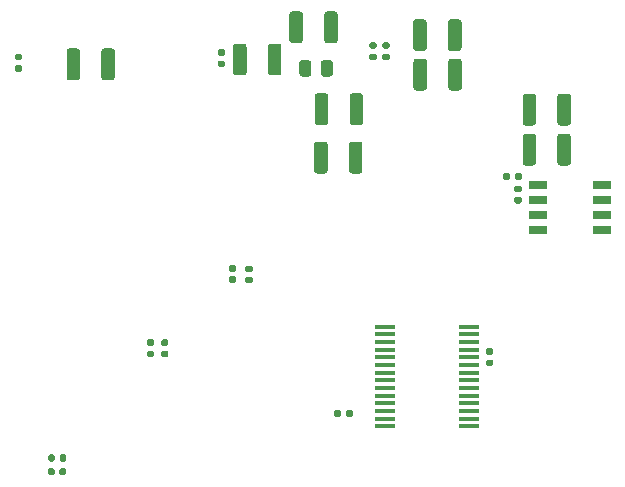
<source format=gbp>
G04 #@! TF.GenerationSoftware,KiCad,Pcbnew,(5.1.10)-1*
G04 #@! TF.CreationDate,2021-08-05T17:19:02-07:00*
G04 #@! TF.ProjectId,laser,6c617365-722e-46b6-9963-61645f706362,rev?*
G04 #@! TF.SameCoordinates,Original*
G04 #@! TF.FileFunction,Paste,Bot*
G04 #@! TF.FilePolarity,Positive*
%FSLAX46Y46*%
G04 Gerber Fmt 4.6, Leading zero omitted, Abs format (unit mm)*
G04 Created by KiCad (PCBNEW (5.1.10)-1) date 2021-08-05 17:19:02*
%MOMM*%
%LPD*%
G01*
G04 APERTURE LIST*
%ADD10R,1.525000X0.700000*%
%ADD11R,1.800000X0.450000*%
G04 APERTURE END LIST*
G36*
G01*
X206210000Y-94780001D02*
X206210000Y-92579999D01*
G75*
G02*
X206459999Y-92330000I249999J0D01*
G01*
X207110001Y-92330000D01*
G75*
G02*
X207360000Y-92579999I0J-249999D01*
G01*
X207360000Y-94780001D01*
G75*
G02*
X207110001Y-95030000I-249999J0D01*
G01*
X206459999Y-95030000D01*
G75*
G02*
X206210000Y-94780001I0J249999D01*
G01*
G37*
G36*
G01*
X203260000Y-94780001D02*
X203260000Y-92579999D01*
G75*
G02*
X203509999Y-92330000I249999J0D01*
G01*
X204160001Y-92330000D01*
G75*
G02*
X204410000Y-92579999I0J-249999D01*
G01*
X204410000Y-94780001D01*
G75*
G02*
X204160001Y-95030000I-249999J0D01*
G01*
X203509999Y-95030000D01*
G75*
G02*
X203260000Y-94780001I0J249999D01*
G01*
G37*
G36*
G01*
X186180000Y-87250002D02*
X186180000Y-86349998D01*
G75*
G02*
X186429998Y-86100000I249998J0D01*
G01*
X186955002Y-86100000D01*
G75*
G02*
X187205000Y-86349998I0J-249998D01*
G01*
X187205000Y-87250002D01*
G75*
G02*
X186955002Y-87500000I-249998J0D01*
G01*
X186429998Y-87500000D01*
G75*
G02*
X186180000Y-87250002I0J249998D01*
G01*
G37*
G36*
G01*
X184355000Y-87250002D02*
X184355000Y-86349998D01*
G75*
G02*
X184604998Y-86100000I249998J0D01*
G01*
X185130002Y-86100000D01*
G75*
G02*
X185380000Y-86349998I0J-249998D01*
G01*
X185380000Y-87250002D01*
G75*
G02*
X185130002Y-87500000I-249998J0D01*
G01*
X184604998Y-87500000D01*
G75*
G02*
X184355000Y-87250002I0J249998D01*
G01*
G37*
G36*
G01*
X188615000Y-91350001D02*
X188615000Y-89149999D01*
G75*
G02*
X188864999Y-88900000I249999J0D01*
G01*
X189515001Y-88900000D01*
G75*
G02*
X189765000Y-89149999I0J-249999D01*
G01*
X189765000Y-91350001D01*
G75*
G02*
X189515001Y-91600000I-249999J0D01*
G01*
X188864999Y-91600000D01*
G75*
G02*
X188615000Y-91350001I0J249999D01*
G01*
G37*
G36*
G01*
X185665000Y-91350001D02*
X185665000Y-89149999D01*
G75*
G02*
X185914999Y-88900000I249999J0D01*
G01*
X186565001Y-88900000D01*
G75*
G02*
X186815000Y-89149999I0J-249999D01*
G01*
X186815000Y-91350001D01*
G75*
G02*
X186565001Y-91600000I-249999J0D01*
G01*
X185914999Y-91600000D01*
G75*
G02*
X185665000Y-91350001I0J249999D01*
G01*
G37*
G36*
G01*
X186755000Y-93249999D02*
X186755000Y-95450001D01*
G75*
G02*
X186505001Y-95700000I-249999J0D01*
G01*
X185854999Y-95700000D01*
G75*
G02*
X185605000Y-95450001I0J249999D01*
G01*
X185605000Y-93249999D01*
G75*
G02*
X185854999Y-93000000I249999J0D01*
G01*
X186505001Y-93000000D01*
G75*
G02*
X186755000Y-93249999I0J-249999D01*
G01*
G37*
G36*
G01*
X189705000Y-93249999D02*
X189705000Y-95450001D01*
G75*
G02*
X189455001Y-95700000I-249999J0D01*
G01*
X188804999Y-95700000D01*
G75*
G02*
X188555000Y-95450001I0J249999D01*
G01*
X188555000Y-93249999D01*
G75*
G02*
X188804999Y-93000000I249999J0D01*
G01*
X189455001Y-93000000D01*
G75*
G02*
X189705000Y-93249999I0J-249999D01*
G01*
G37*
G36*
G01*
X186470000Y-84420001D02*
X186470000Y-82219999D01*
G75*
G02*
X186719999Y-81970000I249999J0D01*
G01*
X187370001Y-81970000D01*
G75*
G02*
X187620000Y-82219999I0J-249999D01*
G01*
X187620000Y-84420001D01*
G75*
G02*
X187370001Y-84670000I-249999J0D01*
G01*
X186719999Y-84670000D01*
G75*
G02*
X186470000Y-84420001I0J249999D01*
G01*
G37*
G36*
G01*
X183520000Y-84420001D02*
X183520000Y-82219999D01*
G75*
G02*
X183769999Y-81970000I249999J0D01*
G01*
X184420001Y-81970000D01*
G75*
G02*
X184670000Y-82219999I0J-249999D01*
G01*
X184670000Y-84420001D01*
G75*
G02*
X184420001Y-84670000I-249999J0D01*
G01*
X183769999Y-84670000D01*
G75*
G02*
X183520000Y-84420001I0J249999D01*
G01*
G37*
G36*
G01*
X204415000Y-89189999D02*
X204415000Y-91390001D01*
G75*
G02*
X204165001Y-91640000I-249999J0D01*
G01*
X203514999Y-91640000D01*
G75*
G02*
X203265000Y-91390001I0J249999D01*
G01*
X203265000Y-89189999D01*
G75*
G02*
X203514999Y-88940000I249999J0D01*
G01*
X204165001Y-88940000D01*
G75*
G02*
X204415000Y-89189999I0J-249999D01*
G01*
G37*
G36*
G01*
X207365000Y-89189999D02*
X207365000Y-91390001D01*
G75*
G02*
X207115001Y-91640000I-249999J0D01*
G01*
X206464999Y-91640000D01*
G75*
G02*
X206215000Y-91390001I0J249999D01*
G01*
X206215000Y-89189999D01*
G75*
G02*
X206464999Y-88940000I249999J0D01*
G01*
X207115001Y-88940000D01*
G75*
G02*
X207365000Y-89189999I0J-249999D01*
G01*
G37*
G36*
G01*
X195145000Y-82889999D02*
X195145000Y-85090001D01*
G75*
G02*
X194895001Y-85340000I-249999J0D01*
G01*
X194244999Y-85340000D01*
G75*
G02*
X193995000Y-85090001I0J249999D01*
G01*
X193995000Y-82889999D01*
G75*
G02*
X194244999Y-82640000I249999J0D01*
G01*
X194895001Y-82640000D01*
G75*
G02*
X195145000Y-82889999I0J-249999D01*
G01*
G37*
G36*
G01*
X198095000Y-82889999D02*
X198095000Y-85090001D01*
G75*
G02*
X197845001Y-85340000I-249999J0D01*
G01*
X197194999Y-85340000D01*
G75*
G02*
X196945000Y-85090001I0J249999D01*
G01*
X196945000Y-82889999D01*
G75*
G02*
X197194999Y-82640000I249999J0D01*
G01*
X197845001Y-82640000D01*
G75*
G02*
X198095000Y-82889999I0J-249999D01*
G01*
G37*
G36*
G01*
X195175000Y-86229999D02*
X195175000Y-88430001D01*
G75*
G02*
X194925001Y-88680000I-249999J0D01*
G01*
X194274999Y-88680000D01*
G75*
G02*
X194025000Y-88430001I0J249999D01*
G01*
X194025000Y-86229999D01*
G75*
G02*
X194274999Y-85980000I249999J0D01*
G01*
X194925001Y-85980000D01*
G75*
G02*
X195175000Y-86229999I0J-249999D01*
G01*
G37*
G36*
G01*
X198125000Y-86229999D02*
X198125000Y-88430001D01*
G75*
G02*
X197875001Y-88680000I-249999J0D01*
G01*
X197224999Y-88680000D01*
G75*
G02*
X196975000Y-88430001I0J249999D01*
G01*
X196975000Y-86229999D01*
G75*
G02*
X197224999Y-85980000I249999J0D01*
G01*
X197875001Y-85980000D01*
G75*
G02*
X198125000Y-86229999I0J-249999D01*
G01*
G37*
G36*
G01*
X171600000Y-109740000D02*
X171940000Y-109740000D01*
G75*
G02*
X172080000Y-109880000I0J-140000D01*
G01*
X172080000Y-110160000D01*
G75*
G02*
X171940000Y-110300000I-140000J0D01*
G01*
X171600000Y-110300000D01*
G75*
G02*
X171460000Y-110160000I0J140000D01*
G01*
X171460000Y-109880000D01*
G75*
G02*
X171600000Y-109740000I140000J0D01*
G01*
G37*
G36*
G01*
X171600000Y-110700000D02*
X171940000Y-110700000D01*
G75*
G02*
X172080000Y-110840000I0J-140000D01*
G01*
X172080000Y-111120000D01*
G75*
G02*
X171940000Y-111260000I-140000J0D01*
G01*
X171600000Y-111260000D01*
G75*
G02*
X171460000Y-111120000I0J140000D01*
G01*
X171460000Y-110840000D01*
G75*
G02*
X171600000Y-110700000I140000J0D01*
G01*
G37*
G36*
G01*
X178530000Y-104400000D02*
X178870000Y-104400000D01*
G75*
G02*
X179010000Y-104540000I0J-140000D01*
G01*
X179010000Y-104820000D01*
G75*
G02*
X178870000Y-104960000I-140000J0D01*
G01*
X178530000Y-104960000D01*
G75*
G02*
X178390000Y-104820000I0J140000D01*
G01*
X178390000Y-104540000D01*
G75*
G02*
X178530000Y-104400000I140000J0D01*
G01*
G37*
G36*
G01*
X178530000Y-103440000D02*
X178870000Y-103440000D01*
G75*
G02*
X179010000Y-103580000I0J-140000D01*
G01*
X179010000Y-103860000D01*
G75*
G02*
X178870000Y-104000000I-140000J0D01*
G01*
X178530000Y-104000000D01*
G75*
G02*
X178390000Y-103860000I0J140000D01*
G01*
X178390000Y-103580000D01*
G75*
G02*
X178530000Y-103440000I140000J0D01*
G01*
G37*
G36*
G01*
X203050000Y-98240000D02*
X202710000Y-98240000D01*
G75*
G02*
X202570000Y-98100000I0J140000D01*
G01*
X202570000Y-97820000D01*
G75*
G02*
X202710000Y-97680000I140000J0D01*
G01*
X203050000Y-97680000D01*
G75*
G02*
X203190000Y-97820000I0J-140000D01*
G01*
X203190000Y-98100000D01*
G75*
G02*
X203050000Y-98240000I-140000J0D01*
G01*
G37*
G36*
G01*
X203050000Y-97280000D02*
X202710000Y-97280000D01*
G75*
G02*
X202570000Y-97140000I0J140000D01*
G01*
X202570000Y-96860000D01*
G75*
G02*
X202710000Y-96720000I140000J0D01*
G01*
X203050000Y-96720000D01*
G75*
G02*
X203190000Y-96860000I0J-140000D01*
G01*
X203190000Y-97140000D01*
G75*
G02*
X203050000Y-97280000I-140000J0D01*
G01*
G37*
G36*
G01*
X190770000Y-85150000D02*
X190430000Y-85150000D01*
G75*
G02*
X190290000Y-85010000I0J140000D01*
G01*
X190290000Y-84730000D01*
G75*
G02*
X190430000Y-84590000I140000J0D01*
G01*
X190770000Y-84590000D01*
G75*
G02*
X190910000Y-84730000I0J-140000D01*
G01*
X190910000Y-85010000D01*
G75*
G02*
X190770000Y-85150000I-140000J0D01*
G01*
G37*
G36*
G01*
X190770000Y-86110000D02*
X190430000Y-86110000D01*
G75*
G02*
X190290000Y-85970000I0J140000D01*
G01*
X190290000Y-85690000D01*
G75*
G02*
X190430000Y-85550000I140000J0D01*
G01*
X190770000Y-85550000D01*
G75*
G02*
X190910000Y-85690000I0J-140000D01*
G01*
X190910000Y-85970000D01*
G75*
G02*
X190770000Y-86110000I-140000J0D01*
G01*
G37*
G36*
G01*
X191870000Y-86110000D02*
X191530000Y-86110000D01*
G75*
G02*
X191390000Y-85970000I0J140000D01*
G01*
X191390000Y-85690000D01*
G75*
G02*
X191530000Y-85550000I140000J0D01*
G01*
X191870000Y-85550000D01*
G75*
G02*
X192010000Y-85690000I0J-140000D01*
G01*
X192010000Y-85970000D01*
G75*
G02*
X191870000Y-86110000I-140000J0D01*
G01*
G37*
G36*
G01*
X191870000Y-85150000D02*
X191530000Y-85150000D01*
G75*
G02*
X191390000Y-85010000I0J140000D01*
G01*
X191390000Y-84730000D01*
G75*
G02*
X191530000Y-84590000I140000J0D01*
G01*
X191870000Y-84590000D01*
G75*
G02*
X192010000Y-84730000I0J-140000D01*
G01*
X192010000Y-85010000D01*
G75*
G02*
X191870000Y-85150000I-140000J0D01*
G01*
G37*
G36*
G01*
X160760000Y-86110000D02*
X160420000Y-86110000D01*
G75*
G02*
X160280000Y-85970000I0J140000D01*
G01*
X160280000Y-85690000D01*
G75*
G02*
X160420000Y-85550000I140000J0D01*
G01*
X160760000Y-85550000D01*
G75*
G02*
X160900000Y-85690000I0J-140000D01*
G01*
X160900000Y-85970000D01*
G75*
G02*
X160760000Y-86110000I-140000J0D01*
G01*
G37*
G36*
G01*
X160760000Y-87070000D02*
X160420000Y-87070000D01*
G75*
G02*
X160280000Y-86930000I0J140000D01*
G01*
X160280000Y-86650000D01*
G75*
G02*
X160420000Y-86510000I140000J0D01*
G01*
X160760000Y-86510000D01*
G75*
G02*
X160900000Y-86650000I0J-140000D01*
G01*
X160900000Y-86930000D01*
G75*
G02*
X160760000Y-87070000I-140000J0D01*
G01*
G37*
G36*
G01*
X177930000Y-85740000D02*
X177590000Y-85740000D01*
G75*
G02*
X177450000Y-85600000I0J140000D01*
G01*
X177450000Y-85320000D01*
G75*
G02*
X177590000Y-85180000I140000J0D01*
G01*
X177930000Y-85180000D01*
G75*
G02*
X178070000Y-85320000I0J-140000D01*
G01*
X178070000Y-85600000D01*
G75*
G02*
X177930000Y-85740000I-140000J0D01*
G01*
G37*
G36*
G01*
X177930000Y-86700000D02*
X177590000Y-86700000D01*
G75*
G02*
X177450000Y-86560000I0J140000D01*
G01*
X177450000Y-86280000D01*
G75*
G02*
X177590000Y-86140000I140000J0D01*
G01*
X177930000Y-86140000D01*
G75*
G02*
X178070000Y-86280000I0J-140000D01*
G01*
X178070000Y-86560000D01*
G75*
G02*
X177930000Y-86700000I-140000J0D01*
G01*
G37*
G36*
G01*
X164630000Y-119620000D02*
X164630000Y-119960000D01*
G75*
G02*
X164490000Y-120100000I-140000J0D01*
G01*
X164210000Y-120100000D01*
G75*
G02*
X164070000Y-119960000I0J140000D01*
G01*
X164070000Y-119620000D01*
G75*
G02*
X164210000Y-119480000I140000J0D01*
G01*
X164490000Y-119480000D01*
G75*
G02*
X164630000Y-119620000I0J-140000D01*
G01*
G37*
G36*
G01*
X163670000Y-119620000D02*
X163670000Y-119960000D01*
G75*
G02*
X163530000Y-120100000I-140000J0D01*
G01*
X163250000Y-120100000D01*
G75*
G02*
X163110000Y-119960000I0J140000D01*
G01*
X163110000Y-119620000D01*
G75*
G02*
X163250000Y-119480000I140000J0D01*
G01*
X163530000Y-119480000D01*
G75*
G02*
X163670000Y-119620000I0J-140000D01*
G01*
G37*
G36*
G01*
X163640000Y-120780000D02*
X163640000Y-121120000D01*
G75*
G02*
X163500000Y-121260000I-140000J0D01*
G01*
X163220000Y-121260000D01*
G75*
G02*
X163080000Y-121120000I0J140000D01*
G01*
X163080000Y-120780000D01*
G75*
G02*
X163220000Y-120640000I140000J0D01*
G01*
X163500000Y-120640000D01*
G75*
G02*
X163640000Y-120780000I0J-140000D01*
G01*
G37*
G36*
G01*
X164600000Y-120780000D02*
X164600000Y-121120000D01*
G75*
G02*
X164460000Y-121260000I-140000J0D01*
G01*
X164180000Y-121260000D01*
G75*
G02*
X164040000Y-121120000I0J140000D01*
G01*
X164040000Y-120780000D01*
G75*
G02*
X164180000Y-120640000I140000J0D01*
G01*
X164460000Y-120640000D01*
G75*
G02*
X164600000Y-120780000I0J-140000D01*
G01*
G37*
G36*
G01*
X172800000Y-109750000D02*
X173140000Y-109750000D01*
G75*
G02*
X173280000Y-109890000I0J-140000D01*
G01*
X173280000Y-110170000D01*
G75*
G02*
X173140000Y-110310000I-140000J0D01*
G01*
X172800000Y-110310000D01*
G75*
G02*
X172660000Y-110170000I0J140000D01*
G01*
X172660000Y-109890000D01*
G75*
G02*
X172800000Y-109750000I140000J0D01*
G01*
G37*
G36*
G01*
X172800000Y-110710000D02*
X173140000Y-110710000D01*
G75*
G02*
X173280000Y-110850000I0J-140000D01*
G01*
X173280000Y-111130000D01*
G75*
G02*
X173140000Y-111270000I-140000J0D01*
G01*
X172800000Y-111270000D01*
G75*
G02*
X172660000Y-111130000I0J140000D01*
G01*
X172660000Y-110850000D01*
G75*
G02*
X172800000Y-110710000I140000J0D01*
G01*
G37*
G36*
G01*
X179930000Y-103490000D02*
X180270000Y-103490000D01*
G75*
G02*
X180410000Y-103630000I0J-140000D01*
G01*
X180410000Y-103910000D01*
G75*
G02*
X180270000Y-104050000I-140000J0D01*
G01*
X179930000Y-104050000D01*
G75*
G02*
X179790000Y-103910000I0J140000D01*
G01*
X179790000Y-103630000D01*
G75*
G02*
X179930000Y-103490000I140000J0D01*
G01*
G37*
G36*
G01*
X179930000Y-104450000D02*
X180270000Y-104450000D01*
G75*
G02*
X180410000Y-104590000I0J-140000D01*
G01*
X180410000Y-104870000D01*
G75*
G02*
X180270000Y-105010000I-140000J0D01*
G01*
X179930000Y-105010000D01*
G75*
G02*
X179790000Y-104870000I0J140000D01*
G01*
X179790000Y-104590000D01*
G75*
G02*
X179930000Y-104450000I140000J0D01*
G01*
G37*
G36*
G01*
X200640000Y-111050000D02*
X200300000Y-111050000D01*
G75*
G02*
X200160000Y-110910000I0J140000D01*
G01*
X200160000Y-110630000D01*
G75*
G02*
X200300000Y-110490000I140000J0D01*
G01*
X200640000Y-110490000D01*
G75*
G02*
X200780000Y-110630000I0J-140000D01*
G01*
X200780000Y-110910000D01*
G75*
G02*
X200640000Y-111050000I-140000J0D01*
G01*
G37*
G36*
G01*
X200640000Y-112010000D02*
X200300000Y-112010000D01*
G75*
G02*
X200160000Y-111870000I0J140000D01*
G01*
X200160000Y-111590000D01*
G75*
G02*
X200300000Y-111450000I140000J0D01*
G01*
X200640000Y-111450000D01*
G75*
G02*
X200780000Y-111590000I0J-140000D01*
G01*
X200780000Y-111870000D01*
G75*
G02*
X200640000Y-112010000I-140000J0D01*
G01*
G37*
D10*
X204536000Y-100500000D03*
X204536000Y-99230000D03*
X204536000Y-97960000D03*
X204536000Y-96690000D03*
X209960000Y-96690000D03*
X209960000Y-97960000D03*
X209960000Y-99230000D03*
X209960000Y-100500000D03*
D11*
X191640000Y-117115000D03*
X191640000Y-116465000D03*
X191640000Y-115815000D03*
X191640000Y-115165000D03*
X191640000Y-114515000D03*
X191640000Y-113865000D03*
X191640000Y-113215000D03*
X191640000Y-112565000D03*
X191640000Y-111915000D03*
X191640000Y-111265000D03*
X191640000Y-110615000D03*
X191640000Y-109965000D03*
X191640000Y-109315000D03*
X191640000Y-108665000D03*
X198740000Y-108665000D03*
X198740000Y-109315000D03*
X198740000Y-109965000D03*
X198740000Y-110615000D03*
X198740000Y-111265000D03*
X198740000Y-111915000D03*
X198740000Y-112565000D03*
X198740000Y-113215000D03*
X198740000Y-113865000D03*
X198740000Y-114515000D03*
X198740000Y-115165000D03*
X198740000Y-115815000D03*
X198740000Y-116465000D03*
X198740000Y-117115000D03*
G36*
G01*
X201640000Y-96135000D02*
X201640000Y-95765000D01*
G75*
G02*
X201775000Y-95630000I135000J0D01*
G01*
X202045000Y-95630000D01*
G75*
G02*
X202180000Y-95765000I0J-135000D01*
G01*
X202180000Y-96135000D01*
G75*
G02*
X202045000Y-96270000I-135000J0D01*
G01*
X201775000Y-96270000D01*
G75*
G02*
X201640000Y-96135000I0J135000D01*
G01*
G37*
G36*
G01*
X202660000Y-96135000D02*
X202660000Y-95765000D01*
G75*
G02*
X202795000Y-95630000I135000J0D01*
G01*
X203065000Y-95630000D01*
G75*
G02*
X203200000Y-95765000I0J-135000D01*
G01*
X203200000Y-96135000D01*
G75*
G02*
X203065000Y-96270000I-135000J0D01*
G01*
X202795000Y-96270000D01*
G75*
G02*
X202660000Y-96135000I0J135000D01*
G01*
G37*
G36*
G01*
X188890000Y-115845000D02*
X188890000Y-116215000D01*
G75*
G02*
X188755000Y-116350000I-135000J0D01*
G01*
X188485000Y-116350000D01*
G75*
G02*
X188350000Y-116215000I0J135000D01*
G01*
X188350000Y-115845000D01*
G75*
G02*
X188485000Y-115710000I135000J0D01*
G01*
X188755000Y-115710000D01*
G75*
G02*
X188890000Y-115845000I0J-135000D01*
G01*
G37*
G36*
G01*
X187870000Y-115845000D02*
X187870000Y-116215000D01*
G75*
G02*
X187735000Y-116350000I-135000J0D01*
G01*
X187465000Y-116350000D01*
G75*
G02*
X187330000Y-116215000I0J135000D01*
G01*
X187330000Y-115845000D01*
G75*
G02*
X187465000Y-115710000I135000J0D01*
G01*
X187735000Y-115710000D01*
G75*
G02*
X187870000Y-115845000I0J-135000D01*
G01*
G37*
G36*
G01*
X168750000Y-85359999D02*
X168750000Y-87560001D01*
G75*
G02*
X168500001Y-87810000I-249999J0D01*
G01*
X167849999Y-87810000D01*
G75*
G02*
X167600000Y-87560001I0J249999D01*
G01*
X167600000Y-85359999D01*
G75*
G02*
X167849999Y-85110000I249999J0D01*
G01*
X168500001Y-85110000D01*
G75*
G02*
X168750000Y-85359999I0J-249999D01*
G01*
G37*
G36*
G01*
X165800000Y-85359999D02*
X165800000Y-87560001D01*
G75*
G02*
X165550001Y-87810000I-249999J0D01*
G01*
X164899999Y-87810000D01*
G75*
G02*
X164650000Y-87560001I0J249999D01*
G01*
X164650000Y-85359999D01*
G75*
G02*
X164899999Y-85110000I249999J0D01*
G01*
X165550001Y-85110000D01*
G75*
G02*
X165800000Y-85359999I0J-249999D01*
G01*
G37*
G36*
G01*
X179890000Y-84949999D02*
X179890000Y-87150001D01*
G75*
G02*
X179640001Y-87400000I-249999J0D01*
G01*
X178989999Y-87400000D01*
G75*
G02*
X178740000Y-87150001I0J249999D01*
G01*
X178740000Y-84949999D01*
G75*
G02*
X178989999Y-84700000I249999J0D01*
G01*
X179640001Y-84700000D01*
G75*
G02*
X179890000Y-84949999I0J-249999D01*
G01*
G37*
G36*
G01*
X182840000Y-84949999D02*
X182840000Y-87150001D01*
G75*
G02*
X182590001Y-87400000I-249999J0D01*
G01*
X181939999Y-87400000D01*
G75*
G02*
X181690000Y-87150001I0J249999D01*
G01*
X181690000Y-84949999D01*
G75*
G02*
X181939999Y-84700000I249999J0D01*
G01*
X182590001Y-84700000D01*
G75*
G02*
X182840000Y-84949999I0J-249999D01*
G01*
G37*
M02*

</source>
